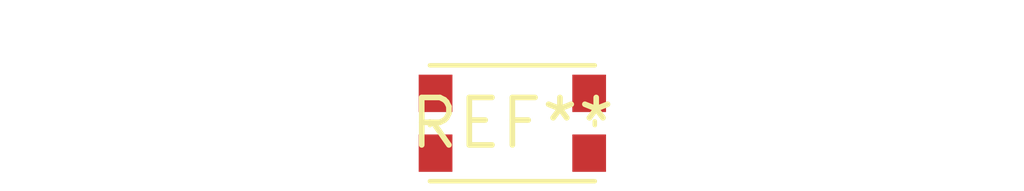
<source format=kicad_pcb>
(kicad_pcb (version 20240108) (generator pcbnew)
  (layers (0 "F.Cu" signal) (31 "B.Cu" signal) (34 "B.Paste" user) (35 "F.Paste" user) (36 "B.SilkS" user "B.Silkscreen") (37 "F.SilkS" user "F.Silkscreen") (38 "B.Mask" user) (39 "F.Mask" user) (44 "Edge.Cuts" user))
  (net 0 "")
  (footprint "SW_Push_1P1T_NO_CK_KMR2" (layer "F.Cu") (at 0 0)
    (property "Reference" "REF**")
    (property "Value" "SW_Push_1P1T_NO_CK_KMR2")
    (fp_line (start -2.2 0.05) (end -2.2 -0.05) (layer "F.SilkS") (stroke (width 0.12)))
    (fp_line (start -2.2 1.55) (end 2.2 1.55) (layer "F.SilkS") (stroke (width 0.12)))
    (fp_line (start 2.2 -1.55) (end -2.2 -1.55) (layer "F.SilkS") (stroke (width 0.12)))
    (fp_line (start 2.2 0.05) (end 2.2 -0.05) (layer "F.SilkS") (stroke (width 0.12)))
    (pad "1" smd rect (at -2.05 -0.8) (size 0.9 1) (layers "F.Cu" "F.Paste" "F.Mask"))
    (pad "1" smd rect (at 2.05 -0.8) (size 0.9 1) (layers "F.Cu" "F.Paste" "F.Mask"))
    (pad "2" smd rect (at -2.05 0.8) (size 0.9 1) (layers "F.Cu" "F.Paste" "F.Mask"))
    (pad "2" smd rect (at 2.05 0.8) (size 0.9 1) (layers "F.Cu" "F.Paste" "F.Mask"))
  )
)
</source>
